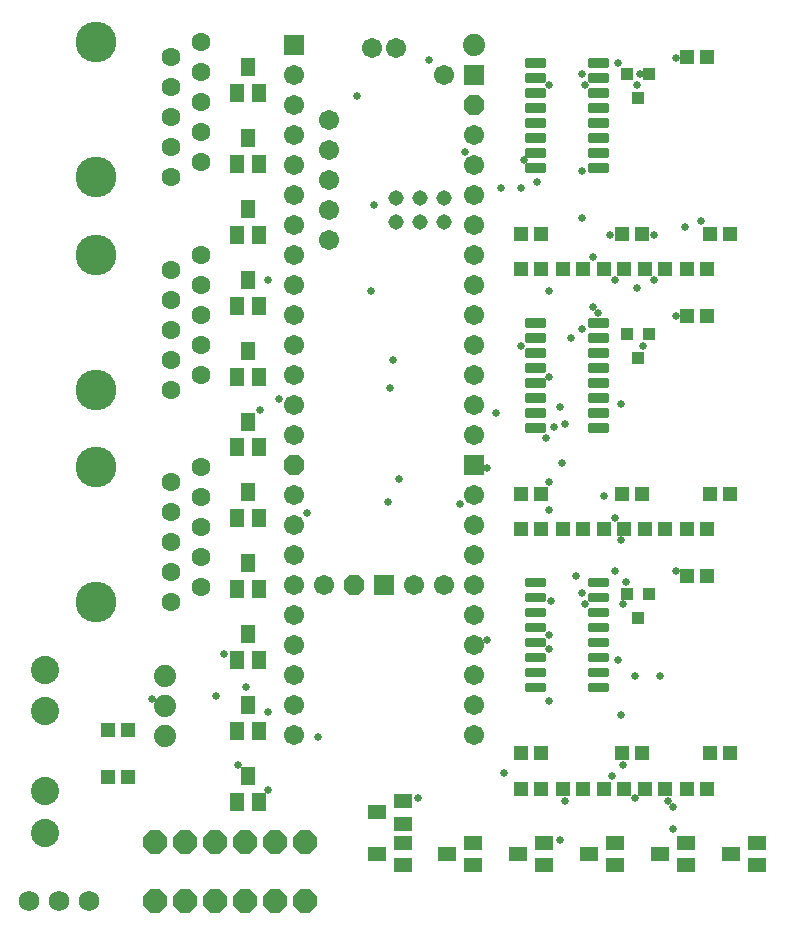
<source format=gbr>
G04 EAGLE Gerber RS-274X export*
G75*
%MOMM*%
%FSLAX34Y34*%
%LPD*%
%INSoldermask Top*%
%IPPOS*%
%AMOC8*
5,1,8,0,0,1.08239X$1,22.5*%
G01*
%ADD10C,2.387600*%
%ADD11C,1.879600*%
%ADD12R,1.203200X1.303200*%
%ADD13R,1.711200X1.711200*%
%ADD14P,1.852186X8X22.500000*%
%ADD15C,1.711200*%
%ADD16C,1.311200*%
%ADD17C,0.349006*%
%ADD18R,1.303200X1.203200*%
%ADD19R,0.990600X1.092200*%
%ADD20C,1.601200*%
%ADD21C,3.453200*%
%ADD22R,1.603200X1.203200*%
%ADD23P,2.144431X8X112.500000*%
%ADD24C,1.727200*%
%ADD25R,1.203200X1.603200*%
%ADD26C,0.663200*%


D10*
X673400Y-349400D03*
X673400Y-384400D03*
D11*
X775000Y-380000D03*
X775000Y-405400D03*
X775000Y-354600D03*
D12*
X726500Y-400000D03*
X743500Y-400000D03*
X726500Y-440000D03*
X743500Y-440000D03*
D13*
X883800Y179800D03*
X960000Y-277400D03*
X1036200Y154400D03*
D11*
X1036200Y179800D03*
D14*
X1036200Y129000D03*
X934600Y-277400D03*
D15*
X909200Y-277400D03*
X985400Y-277400D03*
X1010800Y-277400D03*
X1036200Y-150400D03*
X883800Y-150400D03*
X883800Y154400D03*
X883800Y129000D03*
X883800Y103600D03*
X883800Y78200D03*
X883800Y52800D03*
X883800Y27400D03*
X883800Y2000D03*
X883800Y-23400D03*
X883800Y-48800D03*
X883800Y-74200D03*
X883800Y-99600D03*
X883800Y-125000D03*
X1010800Y154400D03*
X1036200Y-125000D03*
X1036200Y-99600D03*
X1036200Y-74200D03*
X1036200Y-48800D03*
X1036200Y-23400D03*
X1036200Y2000D03*
X1036200Y27400D03*
X1036200Y52800D03*
X1036200Y78200D03*
X1036200Y103600D03*
D14*
X883800Y-175800D03*
D15*
X883800Y-226600D03*
X883800Y-252000D03*
X883800Y-277400D03*
X883800Y-302800D03*
X883800Y-328200D03*
X883800Y-353600D03*
X883800Y-379000D03*
X883800Y-404400D03*
X1036200Y-201200D03*
X1036200Y-226600D03*
X1036200Y-252000D03*
X1036200Y-277400D03*
X1036200Y-302800D03*
X1036200Y-328200D03*
X1036200Y-353600D03*
X1036200Y-379000D03*
X1036200Y-404400D03*
X913800Y116300D03*
X913800Y90900D03*
X913800Y65500D03*
X913800Y40100D03*
X913800Y14700D03*
X883800Y-201200D03*
D13*
X1036200Y-175800D03*
D15*
X970000Y177500D03*
X950000Y177500D03*
D16*
X1010800Y50100D03*
X990800Y50100D03*
X970800Y50100D03*
X1010800Y30100D03*
X990800Y30100D03*
X970800Y30100D03*
D17*
X1081129Y162229D02*
X1095471Y162229D01*
X1081129Y162229D02*
X1081129Y166671D01*
X1095471Y166671D01*
X1095471Y162229D01*
X1095471Y165544D02*
X1081129Y165544D01*
X1081129Y149529D02*
X1095471Y149529D01*
X1081129Y149529D02*
X1081129Y153971D01*
X1095471Y153971D01*
X1095471Y149529D01*
X1095471Y152844D02*
X1081129Y152844D01*
X1081129Y136829D02*
X1095471Y136829D01*
X1081129Y136829D02*
X1081129Y141271D01*
X1095471Y141271D01*
X1095471Y136829D01*
X1095471Y140144D02*
X1081129Y140144D01*
X1081129Y124129D02*
X1095471Y124129D01*
X1081129Y124129D02*
X1081129Y128571D01*
X1095471Y128571D01*
X1095471Y124129D01*
X1095471Y127444D02*
X1081129Y127444D01*
X1081129Y111429D02*
X1095471Y111429D01*
X1081129Y111429D02*
X1081129Y115871D01*
X1095471Y115871D01*
X1095471Y111429D01*
X1095471Y114744D02*
X1081129Y114744D01*
X1081129Y98729D02*
X1095471Y98729D01*
X1081129Y98729D02*
X1081129Y103171D01*
X1095471Y103171D01*
X1095471Y98729D01*
X1095471Y102044D02*
X1081129Y102044D01*
X1081129Y86029D02*
X1095471Y86029D01*
X1081129Y86029D02*
X1081129Y90471D01*
X1095471Y90471D01*
X1095471Y86029D01*
X1095471Y89344D02*
X1081129Y89344D01*
X1081129Y73329D02*
X1095471Y73329D01*
X1081129Y73329D02*
X1081129Y77771D01*
X1095471Y77771D01*
X1095471Y73329D01*
X1095471Y76644D02*
X1081129Y76644D01*
X1134529Y73329D02*
X1148871Y73329D01*
X1134529Y73329D02*
X1134529Y77771D01*
X1148871Y77771D01*
X1148871Y73329D01*
X1148871Y76644D02*
X1134529Y76644D01*
X1134529Y86029D02*
X1148871Y86029D01*
X1134529Y86029D02*
X1134529Y90471D01*
X1148871Y90471D01*
X1148871Y86029D01*
X1148871Y89344D02*
X1134529Y89344D01*
X1134529Y98729D02*
X1148871Y98729D01*
X1134529Y98729D02*
X1134529Y103171D01*
X1148871Y103171D01*
X1148871Y98729D01*
X1148871Y102044D02*
X1134529Y102044D01*
X1134529Y111429D02*
X1148871Y111429D01*
X1134529Y111429D02*
X1134529Y115871D01*
X1148871Y115871D01*
X1148871Y111429D01*
X1148871Y114744D02*
X1134529Y114744D01*
X1134529Y124129D02*
X1148871Y124129D01*
X1134529Y124129D02*
X1134529Y128571D01*
X1148871Y128571D01*
X1148871Y124129D01*
X1148871Y127444D02*
X1134529Y127444D01*
X1134529Y136829D02*
X1148871Y136829D01*
X1134529Y136829D02*
X1134529Y141271D01*
X1148871Y141271D01*
X1148871Y136829D01*
X1148871Y140144D02*
X1134529Y140144D01*
X1134529Y149529D02*
X1148871Y149529D01*
X1134529Y149529D02*
X1134529Y153971D01*
X1148871Y153971D01*
X1148871Y149529D01*
X1148871Y152844D02*
X1134529Y152844D01*
X1134529Y162229D02*
X1148871Y162229D01*
X1134529Y162229D02*
X1134529Y166671D01*
X1148871Y166671D01*
X1148871Y162229D01*
X1148871Y165544D02*
X1134529Y165544D01*
D12*
X1161500Y20000D03*
X1178500Y20000D03*
X1236500Y20000D03*
X1253500Y20000D03*
X1216500Y170000D03*
X1233500Y170000D03*
X1076500Y20000D03*
X1093500Y20000D03*
D18*
X1076500Y-10000D03*
X1093500Y-10000D03*
X1111500Y-10000D03*
X1128500Y-10000D03*
X1146500Y-10000D03*
X1163500Y-10000D03*
X1181500Y-10000D03*
X1198500Y-10000D03*
X1216500Y-10000D03*
X1233500Y-10000D03*
D19*
X1184906Y155160D03*
X1165602Y155160D03*
X1175254Y134840D03*
D17*
X1095471Y-57771D02*
X1081129Y-57771D01*
X1081129Y-53329D01*
X1095471Y-53329D01*
X1095471Y-57771D01*
X1095471Y-54456D02*
X1081129Y-54456D01*
X1081129Y-70471D02*
X1095471Y-70471D01*
X1081129Y-70471D02*
X1081129Y-66029D01*
X1095471Y-66029D01*
X1095471Y-70471D01*
X1095471Y-67156D02*
X1081129Y-67156D01*
X1081129Y-83171D02*
X1095471Y-83171D01*
X1081129Y-83171D02*
X1081129Y-78729D01*
X1095471Y-78729D01*
X1095471Y-83171D01*
X1095471Y-79856D02*
X1081129Y-79856D01*
X1081129Y-95871D02*
X1095471Y-95871D01*
X1081129Y-95871D02*
X1081129Y-91429D01*
X1095471Y-91429D01*
X1095471Y-95871D01*
X1095471Y-92556D02*
X1081129Y-92556D01*
X1081129Y-108571D02*
X1095471Y-108571D01*
X1081129Y-108571D02*
X1081129Y-104129D01*
X1095471Y-104129D01*
X1095471Y-108571D01*
X1095471Y-105256D02*
X1081129Y-105256D01*
X1081129Y-121271D02*
X1095471Y-121271D01*
X1081129Y-121271D02*
X1081129Y-116829D01*
X1095471Y-116829D01*
X1095471Y-121271D01*
X1095471Y-117956D02*
X1081129Y-117956D01*
X1081129Y-133971D02*
X1095471Y-133971D01*
X1081129Y-133971D02*
X1081129Y-129529D01*
X1095471Y-129529D01*
X1095471Y-133971D01*
X1095471Y-130656D02*
X1081129Y-130656D01*
X1081129Y-146671D02*
X1095471Y-146671D01*
X1081129Y-146671D02*
X1081129Y-142229D01*
X1095471Y-142229D01*
X1095471Y-146671D01*
X1095471Y-143356D02*
X1081129Y-143356D01*
X1134529Y-146671D02*
X1148871Y-146671D01*
X1134529Y-146671D02*
X1134529Y-142229D01*
X1148871Y-142229D01*
X1148871Y-146671D01*
X1148871Y-143356D02*
X1134529Y-143356D01*
X1134529Y-133971D02*
X1148871Y-133971D01*
X1134529Y-133971D02*
X1134529Y-129529D01*
X1148871Y-129529D01*
X1148871Y-133971D01*
X1148871Y-130656D02*
X1134529Y-130656D01*
X1134529Y-121271D02*
X1148871Y-121271D01*
X1134529Y-121271D02*
X1134529Y-116829D01*
X1148871Y-116829D01*
X1148871Y-121271D01*
X1148871Y-117956D02*
X1134529Y-117956D01*
X1134529Y-108571D02*
X1148871Y-108571D01*
X1134529Y-108571D02*
X1134529Y-104129D01*
X1148871Y-104129D01*
X1148871Y-108571D01*
X1148871Y-105256D02*
X1134529Y-105256D01*
X1134529Y-95871D02*
X1148871Y-95871D01*
X1134529Y-95871D02*
X1134529Y-91429D01*
X1148871Y-91429D01*
X1148871Y-95871D01*
X1148871Y-92556D02*
X1134529Y-92556D01*
X1134529Y-83171D02*
X1148871Y-83171D01*
X1134529Y-83171D02*
X1134529Y-78729D01*
X1148871Y-78729D01*
X1148871Y-83171D01*
X1148871Y-79856D02*
X1134529Y-79856D01*
X1134529Y-70471D02*
X1148871Y-70471D01*
X1134529Y-70471D02*
X1134529Y-66029D01*
X1148871Y-66029D01*
X1148871Y-70471D01*
X1148871Y-67156D02*
X1134529Y-67156D01*
X1134529Y-57771D02*
X1148871Y-57771D01*
X1134529Y-57771D02*
X1134529Y-53329D01*
X1148871Y-53329D01*
X1148871Y-57771D01*
X1148871Y-54456D02*
X1134529Y-54456D01*
D12*
X1161500Y-200000D03*
X1178500Y-200000D03*
X1236500Y-200000D03*
X1253500Y-200000D03*
X1216500Y-50000D03*
X1233500Y-50000D03*
X1076500Y-200000D03*
X1093500Y-200000D03*
D18*
X1076500Y-230000D03*
X1093500Y-230000D03*
X1111500Y-230000D03*
X1128500Y-230000D03*
X1146500Y-230000D03*
X1163500Y-230000D03*
X1181500Y-230000D03*
X1198500Y-230000D03*
X1216500Y-230000D03*
X1233500Y-230000D03*
D19*
X1184906Y-64840D03*
X1165602Y-64840D03*
X1175254Y-85160D03*
D17*
X1095471Y-277771D02*
X1081129Y-277771D01*
X1081129Y-273329D01*
X1095471Y-273329D01*
X1095471Y-277771D01*
X1095471Y-274456D02*
X1081129Y-274456D01*
X1081129Y-290471D02*
X1095471Y-290471D01*
X1081129Y-290471D02*
X1081129Y-286029D01*
X1095471Y-286029D01*
X1095471Y-290471D01*
X1095471Y-287156D02*
X1081129Y-287156D01*
X1081129Y-303171D02*
X1095471Y-303171D01*
X1081129Y-303171D02*
X1081129Y-298729D01*
X1095471Y-298729D01*
X1095471Y-303171D01*
X1095471Y-299856D02*
X1081129Y-299856D01*
X1081129Y-315871D02*
X1095471Y-315871D01*
X1081129Y-315871D02*
X1081129Y-311429D01*
X1095471Y-311429D01*
X1095471Y-315871D01*
X1095471Y-312556D02*
X1081129Y-312556D01*
X1081129Y-328571D02*
X1095471Y-328571D01*
X1081129Y-328571D02*
X1081129Y-324129D01*
X1095471Y-324129D01*
X1095471Y-328571D01*
X1095471Y-325256D02*
X1081129Y-325256D01*
X1081129Y-341271D02*
X1095471Y-341271D01*
X1081129Y-341271D02*
X1081129Y-336829D01*
X1095471Y-336829D01*
X1095471Y-341271D01*
X1095471Y-337956D02*
X1081129Y-337956D01*
X1081129Y-353971D02*
X1095471Y-353971D01*
X1081129Y-353971D02*
X1081129Y-349529D01*
X1095471Y-349529D01*
X1095471Y-353971D01*
X1095471Y-350656D02*
X1081129Y-350656D01*
X1081129Y-366671D02*
X1095471Y-366671D01*
X1081129Y-366671D02*
X1081129Y-362229D01*
X1095471Y-362229D01*
X1095471Y-366671D01*
X1095471Y-363356D02*
X1081129Y-363356D01*
X1134529Y-366671D02*
X1148871Y-366671D01*
X1134529Y-366671D02*
X1134529Y-362229D01*
X1148871Y-362229D01*
X1148871Y-366671D01*
X1148871Y-363356D02*
X1134529Y-363356D01*
X1134529Y-353971D02*
X1148871Y-353971D01*
X1134529Y-353971D02*
X1134529Y-349529D01*
X1148871Y-349529D01*
X1148871Y-353971D01*
X1148871Y-350656D02*
X1134529Y-350656D01*
X1134529Y-341271D02*
X1148871Y-341271D01*
X1134529Y-341271D02*
X1134529Y-336829D01*
X1148871Y-336829D01*
X1148871Y-341271D01*
X1148871Y-337956D02*
X1134529Y-337956D01*
X1134529Y-328571D02*
X1148871Y-328571D01*
X1134529Y-328571D02*
X1134529Y-324129D01*
X1148871Y-324129D01*
X1148871Y-328571D01*
X1148871Y-325256D02*
X1134529Y-325256D01*
X1134529Y-315871D02*
X1148871Y-315871D01*
X1134529Y-315871D02*
X1134529Y-311429D01*
X1148871Y-311429D01*
X1148871Y-315871D01*
X1148871Y-312556D02*
X1134529Y-312556D01*
X1134529Y-303171D02*
X1148871Y-303171D01*
X1134529Y-303171D02*
X1134529Y-298729D01*
X1148871Y-298729D01*
X1148871Y-303171D01*
X1148871Y-299856D02*
X1134529Y-299856D01*
X1134529Y-290471D02*
X1148871Y-290471D01*
X1134529Y-290471D02*
X1134529Y-286029D01*
X1148871Y-286029D01*
X1148871Y-290471D01*
X1148871Y-287156D02*
X1134529Y-287156D01*
X1134529Y-277771D02*
X1148871Y-277771D01*
X1134529Y-277771D02*
X1134529Y-273329D01*
X1148871Y-273329D01*
X1148871Y-277771D01*
X1148871Y-274456D02*
X1134529Y-274456D01*
D12*
X1161500Y-420000D03*
X1178500Y-420000D03*
X1236500Y-420000D03*
X1253500Y-420000D03*
X1216500Y-270000D03*
X1233500Y-270000D03*
X1076500Y-420000D03*
X1093500Y-420000D03*
D18*
X1076500Y-450000D03*
X1093500Y-450000D03*
X1111500Y-450000D03*
X1128500Y-450000D03*
X1146500Y-450000D03*
X1163500Y-450000D03*
X1181500Y-450000D03*
X1198500Y-450000D03*
X1216500Y-450000D03*
X1233500Y-450000D03*
D19*
X1184906Y-284840D03*
X1165602Y-284840D03*
X1175254Y-305160D03*
D20*
X805100Y-177850D03*
X779700Y-190550D03*
X805100Y-203250D03*
X779700Y-215950D03*
X805100Y-228650D03*
X779700Y-241350D03*
X805100Y-254050D03*
X779700Y-266750D03*
X805100Y-279450D03*
X779700Y-292150D03*
D21*
X716200Y-292150D03*
X716200Y-177850D03*
D20*
X805100Y2150D03*
X779700Y-10550D03*
X805100Y-23250D03*
X779700Y-35950D03*
X805100Y-48650D03*
X779700Y-61350D03*
X805100Y-74050D03*
X779700Y-86750D03*
X805100Y-99450D03*
X779700Y-112150D03*
D21*
X716200Y-112150D03*
X716200Y2150D03*
D20*
X805100Y182150D03*
X779700Y169450D03*
X805100Y156750D03*
X779700Y144050D03*
X805100Y131350D03*
X779700Y118650D03*
X805100Y105950D03*
X779700Y93250D03*
X805100Y80550D03*
X779700Y67850D03*
D21*
X716200Y67850D03*
X716200Y182150D03*
D22*
X954000Y-505000D03*
X976000Y-495500D03*
X976000Y-514500D03*
X1014000Y-505000D03*
X1036000Y-495500D03*
X1036000Y-514500D03*
X1074000Y-505000D03*
X1096000Y-495500D03*
X1096000Y-514500D03*
X1134000Y-505000D03*
X1156000Y-495500D03*
X1156000Y-514500D03*
X1194000Y-505000D03*
X1216000Y-495500D03*
X1216000Y-514500D03*
X1254000Y-505000D03*
X1276000Y-495500D03*
X1276000Y-514500D03*
D23*
X766500Y-495000D03*
X791900Y-495000D03*
X817300Y-495000D03*
X842700Y-495000D03*
X868100Y-495000D03*
X893500Y-495000D03*
X766500Y-545000D03*
X791900Y-545000D03*
X817300Y-545000D03*
X842700Y-545000D03*
X868100Y-545000D03*
X893500Y-545000D03*
D10*
X673400Y-452000D03*
X673400Y-487000D03*
D24*
X659600Y-545000D03*
X685000Y-545000D03*
X710400Y-545000D03*
D22*
X954000Y-470000D03*
X976000Y-460500D03*
X976000Y-479500D03*
D25*
X845000Y161000D03*
X854500Y139000D03*
X835500Y139000D03*
X845000Y101000D03*
X854500Y79000D03*
X835500Y79000D03*
X845000Y41000D03*
X854500Y19000D03*
X835500Y19000D03*
X845000Y-19000D03*
X854500Y-41000D03*
X835500Y-41000D03*
X845000Y-79000D03*
X854500Y-101000D03*
X835500Y-101000D03*
X845000Y-139000D03*
X854500Y-161000D03*
X835500Y-161000D03*
X845000Y-199000D03*
X854500Y-221000D03*
X835500Y-221000D03*
X845000Y-259000D03*
X854500Y-281000D03*
X835500Y-281000D03*
X845000Y-319000D03*
X854500Y-341000D03*
X835500Y-341000D03*
X845000Y-379000D03*
X854500Y-401000D03*
X835500Y-401000D03*
X845000Y-439000D03*
X854500Y-461000D03*
X835500Y-461000D03*
D26*
X855218Y-129223D03*
X1127760Y72835D03*
X1151255Y18796D03*
X1188847Y-18796D03*
X1090168Y63437D03*
X1174750Y-25845D03*
X1188847Y18796D03*
X965645Y-110427D03*
X1155954Y-18796D03*
X1137158Y0D03*
X1174750Y145669D03*
X1130110Y145669D03*
X1177100Y155067D03*
X1127760Y155067D03*
X1158304Y164465D03*
X1099566Y145669D03*
X1076071Y58738D03*
X1108964Y-493395D03*
X1228789Y30544D03*
X1200595Y-460502D03*
X1214692Y25845D03*
X1127760Y32893D03*
X1078421Y82233D03*
X951548Y44641D03*
X862267Y-385318D03*
X1099566Y-190310D03*
X1099566Y-213805D03*
X862267Y-451104D03*
X1097217Y-152718D03*
X1160653Y-239649D03*
X1160653Y-124524D03*
X963295Y-206756D03*
X1155954Y-220853D03*
X1113663Y-140970D03*
X1137158Y-42291D03*
X1118362Y-68136D03*
X1179449Y-75184D03*
X1076071Y-75184D03*
X1141857Y-46990D03*
X1127760Y-61087D03*
X1024382Y-209106D03*
X1108964Y-126873D03*
X1047877Y-324231D03*
X1111314Y-173863D03*
X1146556Y-202057D03*
X1104265Y-143320D03*
X1047877Y-178562D03*
X1059625Y58738D03*
X1160653Y-387668D03*
X1099566Y-319532D03*
X862267Y-18796D03*
X1099566Y-375920D03*
X1163003Y-429959D03*
X1172401Y-354775D03*
X937451Y136271D03*
X1163003Y-293688D03*
X1130110Y-293688D03*
X1165352Y-274892D03*
X1127760Y-284290D03*
X1123061Y-270193D03*
X1101916Y-291338D03*
X1205294Y-465201D03*
X998538Y166815D03*
X1193546Y-354775D03*
X1029081Y89281D03*
X1172401Y-458153D03*
X1153605Y-439357D03*
X989140Y-458153D03*
X1099566Y-331280D03*
X1155954Y-265494D03*
X1099566Y-101029D03*
X1099566Y-28194D03*
X1207643Y-49340D03*
X1207643Y169164D03*
X1207643Y-265494D03*
X1205294Y-483997D03*
X1158304Y-340678D03*
X1113663Y-460502D03*
X1061974Y-437007D03*
X1054926Y-131572D03*
X949198Y-28194D03*
X972693Y-187960D03*
X967994Y-86932D03*
X817626Y-371221D03*
X895160Y-216154D03*
X824675Y-335979D03*
X836422Y-429959D03*
X843471Y-364173D03*
X871665Y-119825D03*
X904558Y-406464D03*
X763588Y-373571D03*
M02*

</source>
